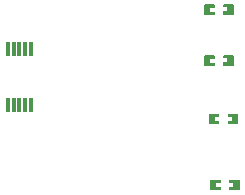
<source format=gtp>
G04 Layer: TopPasteMaskLayer*
G04 EasyEDA v6.5.44, 2024-09-12 07:38:51*
G04 Gerber Generator version 0.2*
G04 Scale: 100 percent, Rotated: No, Reflected: No *
G04 Dimensions in millimeters *
G04 leading zeros omitted , absolute positions ,4 integer and 5 decimal *
%FSLAX45Y45*%
%MOMM*%

%ADD10R,0.3000X1.3000*%

%LPD*%
G36*
X3500018Y8909608D02*
G01*
X3494989Y8904579D01*
X3494989Y8824620D01*
X3500018Y8819591D01*
X3579977Y8819591D01*
X3585006Y8824620D01*
X3585006Y8847378D01*
X3548024Y8847378D01*
X3548024Y8880398D01*
X3585006Y8880398D01*
X3585006Y8904579D01*
X3579977Y8909608D01*
G37*
G36*
X3659022Y8909608D02*
G01*
X3653993Y8904579D01*
X3653993Y8881821D01*
X3690975Y8881821D01*
X3690975Y8848801D01*
X3653993Y8848801D01*
X3653993Y8824620D01*
X3659022Y8819591D01*
X3738981Y8819591D01*
X3744010Y8824620D01*
X3744010Y8904579D01*
X3738981Y8909608D01*
G37*
G36*
X3538118Y8414308D02*
G01*
X3533089Y8409279D01*
X3533089Y8329320D01*
X3538118Y8324291D01*
X3618077Y8324291D01*
X3623106Y8329320D01*
X3623106Y8352078D01*
X3586124Y8352078D01*
X3586124Y8385098D01*
X3623106Y8385098D01*
X3623106Y8409279D01*
X3618077Y8414308D01*
G37*
G36*
X3697122Y8414308D02*
G01*
X3692093Y8409279D01*
X3692093Y8386521D01*
X3729075Y8386521D01*
X3729075Y8353501D01*
X3692093Y8353501D01*
X3692093Y8329320D01*
X3697122Y8324291D01*
X3777081Y8324291D01*
X3782110Y8329320D01*
X3782110Y8409279D01*
X3777081Y8414308D01*
G37*
G36*
X3550818Y7855508D02*
G01*
X3545789Y7850479D01*
X3545789Y7770520D01*
X3550818Y7765491D01*
X3630777Y7765491D01*
X3635806Y7770520D01*
X3635806Y7793278D01*
X3598824Y7793278D01*
X3598824Y7826298D01*
X3635806Y7826298D01*
X3635806Y7850479D01*
X3630777Y7855508D01*
G37*
G36*
X3709822Y7855508D02*
G01*
X3704793Y7850479D01*
X3704793Y7827721D01*
X3741775Y7827721D01*
X3741775Y7794701D01*
X3704793Y7794701D01*
X3704793Y7770520D01*
X3709822Y7765491D01*
X3789781Y7765491D01*
X3794810Y7770520D01*
X3794810Y7850479D01*
X3789781Y7855508D01*
G37*
G36*
X3500018Y9341408D02*
G01*
X3494989Y9336379D01*
X3494989Y9256420D01*
X3500018Y9251391D01*
X3579977Y9251391D01*
X3585006Y9256420D01*
X3585006Y9279178D01*
X3548024Y9279178D01*
X3548024Y9312198D01*
X3585006Y9312198D01*
X3585006Y9336379D01*
X3579977Y9341408D01*
G37*
G36*
X3659022Y9341408D02*
G01*
X3653993Y9336379D01*
X3653993Y9313621D01*
X3690975Y9313621D01*
X3690975Y9280601D01*
X3653993Y9280601D01*
X3653993Y9256420D01*
X3659022Y9251391D01*
X3738981Y9251391D01*
X3744010Y9256420D01*
X3744010Y9336379D01*
X3738981Y9341408D01*
G37*
D10*
G01*
X1830425Y8489899D03*
G01*
X1880412Y8489899D03*
G01*
X1930400Y8489899D03*
G01*
X1980412Y8489899D03*
G01*
X2030425Y8489899D03*
G01*
X2030399Y8959900D03*
G01*
X1980412Y8959900D03*
G01*
X1930425Y8959900D03*
G01*
X1880412Y8959900D03*
G01*
X1830400Y8959900D03*
M02*

</source>
